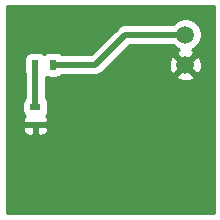
<source format=gtl>
%TF.GenerationSoftware,KiCad,Pcbnew,(5.1.12)-1*%
%TF.CreationDate,2021-12-19T12:16:22+05:30*%
%TF.ProjectId,RES_LED_CKT,5245535f-4c45-4445-9f43-4b542e6b6963,rev?*%
%TF.SameCoordinates,Original*%
%TF.FileFunction,Copper,L1,Top*%
%TF.FilePolarity,Positive*%
%FSLAX46Y46*%
G04 Gerber Fmt 4.6, Leading zero omitted, Abs format (unit mm)*
G04 Created by KiCad (PCBNEW (5.1.12)-1) date 2021-12-19 12:16:22*
%MOMM*%
%LPD*%
G01*
G04 APERTURE LIST*
%TA.AperFunction,SMDPad,CuDef*%
%ADD10R,0.900000X0.600000*%
%TD*%
%TA.AperFunction,ComponentPad*%
%ADD11C,1.500000*%
%TD*%
%TA.AperFunction,SMDPad,CuDef*%
%ADD12R,0.600000X0.900000*%
%TD*%
%TA.AperFunction,Conductor*%
%ADD13C,0.500000*%
%TD*%
%TA.AperFunction,Conductor*%
%ADD14C,0.254000*%
%TD*%
%TA.AperFunction,Conductor*%
%ADD15C,0.100000*%
%TD*%
G04 APERTURE END LIST*
D10*
%TO.P,R1,1*%
%TO.N,Net-(P1-Pad1)*%
X139700000Y-78740000D03*
%TO.P,R1,2*%
%TO.N,Net-(L1-Pad1)*%
X139700000Y-77240000D03*
%TD*%
D11*
%TO.P,P2,1*%
%TO.N,Net-(L1-Pad2)*%
X152400000Y-71120000D03*
%TD*%
%TO.P,P1,1*%
%TO.N,Net-(P1-Pad1)*%
X152400000Y-73660000D03*
%TD*%
D12*
%TO.P,L1,1*%
%TO.N,Net-(L1-Pad1)*%
X139700000Y-73660000D03*
%TO.P,L1,2*%
%TO.N,Net-(L1-Pad2)*%
X141200000Y-73660000D03*
%TD*%
D13*
%TO.N,Net-(L1-Pad1)*%
X139700000Y-73660000D02*
X139700000Y-77150000D01*
%TO.N,Net-(L1-Pad2)*%
X141200000Y-73660000D02*
X144780000Y-73660000D01*
X144780000Y-73660000D02*
X147320000Y-71120000D01*
X147320000Y-71120000D02*
X152400000Y-71120000D01*
%TD*%
D14*
%TO.N,Net-(P1-Pad1)*%
X154813000Y-86233000D02*
X137287000Y-86233000D01*
X137287000Y-79040000D01*
X138611928Y-79040000D01*
X138624188Y-79164482D01*
X138660498Y-79284180D01*
X138719463Y-79394494D01*
X138798815Y-79491185D01*
X138895506Y-79570537D01*
X139005820Y-79629502D01*
X139125518Y-79665812D01*
X139250000Y-79678072D01*
X139414250Y-79675000D01*
X139573000Y-79516250D01*
X139573000Y-78867000D01*
X139827000Y-78867000D01*
X139827000Y-79516250D01*
X139985750Y-79675000D01*
X140150000Y-79678072D01*
X140274482Y-79665812D01*
X140394180Y-79629502D01*
X140504494Y-79570537D01*
X140601185Y-79491185D01*
X140680537Y-79394494D01*
X140739502Y-79284180D01*
X140775812Y-79164482D01*
X140788072Y-79040000D01*
X140785000Y-79025750D01*
X140626250Y-78867000D01*
X139827000Y-78867000D01*
X139573000Y-78867000D01*
X138773750Y-78867000D01*
X138615000Y-79025750D01*
X138611928Y-79040000D01*
X137287000Y-79040000D01*
X137287000Y-76940000D01*
X138611928Y-76940000D01*
X138611928Y-77540000D01*
X138624188Y-77664482D01*
X138660498Y-77784180D01*
X138719463Y-77894494D01*
X138797842Y-77990000D01*
X138719463Y-78085506D01*
X138660498Y-78195820D01*
X138624188Y-78315518D01*
X138611928Y-78440000D01*
X138615000Y-78454250D01*
X138773750Y-78613000D01*
X139573000Y-78613000D01*
X139573000Y-78593000D01*
X139827000Y-78593000D01*
X139827000Y-78613000D01*
X140626250Y-78613000D01*
X140785000Y-78454250D01*
X140788072Y-78440000D01*
X140775812Y-78315518D01*
X140739502Y-78195820D01*
X140680537Y-78085506D01*
X140602158Y-77990000D01*
X140680537Y-77894494D01*
X140739502Y-77784180D01*
X140775812Y-77664482D01*
X140788072Y-77540000D01*
X140788072Y-76940000D01*
X140775812Y-76815518D01*
X140739502Y-76695820D01*
X140680537Y-76585506D01*
X140601185Y-76488815D01*
X140585000Y-76475532D01*
X140585000Y-74661647D01*
X140655820Y-74699502D01*
X140775518Y-74735812D01*
X140900000Y-74748072D01*
X141500000Y-74748072D01*
X141624482Y-74735812D01*
X141744180Y-74699502D01*
X141854494Y-74640537D01*
X141883182Y-74616993D01*
X151622612Y-74616993D01*
X151688137Y-74855860D01*
X151935116Y-74971760D01*
X152199960Y-75037250D01*
X152472492Y-75049812D01*
X152742238Y-75008965D01*
X152998832Y-74916277D01*
X153111863Y-74855860D01*
X153177388Y-74616993D01*
X152400000Y-73839605D01*
X151622612Y-74616993D01*
X141883182Y-74616993D01*
X141951185Y-74561185D01*
X141964468Y-74545000D01*
X144736531Y-74545000D01*
X144780000Y-74549281D01*
X144823469Y-74545000D01*
X144823477Y-74545000D01*
X144953490Y-74532195D01*
X145120313Y-74481589D01*
X145274059Y-74399411D01*
X145408817Y-74288817D01*
X145436534Y-74255044D01*
X145959086Y-73732492D01*
X151010188Y-73732492D01*
X151051035Y-74002238D01*
X151143723Y-74258832D01*
X151204140Y-74371863D01*
X151443007Y-74437388D01*
X152220395Y-73660000D01*
X152579605Y-73660000D01*
X153356993Y-74437388D01*
X153595860Y-74371863D01*
X153711760Y-74124884D01*
X153777250Y-73860040D01*
X153789812Y-73587508D01*
X153748965Y-73317762D01*
X153656277Y-73061168D01*
X153595860Y-72948137D01*
X153356993Y-72882612D01*
X152579605Y-73660000D01*
X152220395Y-73660000D01*
X151443007Y-72882612D01*
X151204140Y-72948137D01*
X151088240Y-73195116D01*
X151022750Y-73459960D01*
X151010188Y-73732492D01*
X145959086Y-73732492D01*
X147686579Y-72005000D01*
X151326315Y-72005000D01*
X151517114Y-72195799D01*
X151743957Y-72347371D01*
X151843279Y-72388511D01*
X151801168Y-72403723D01*
X151688137Y-72464140D01*
X151622612Y-72703007D01*
X152400000Y-73480395D01*
X153177388Y-72703007D01*
X153111863Y-72464140D01*
X152953523Y-72389836D01*
X153056043Y-72347371D01*
X153282886Y-72195799D01*
X153475799Y-72002886D01*
X153627371Y-71776043D01*
X153731775Y-71523989D01*
X153785000Y-71256411D01*
X153785000Y-70983589D01*
X153731775Y-70716011D01*
X153627371Y-70463957D01*
X153475799Y-70237114D01*
X153282886Y-70044201D01*
X153056043Y-69892629D01*
X152803989Y-69788225D01*
X152536411Y-69735000D01*
X152263589Y-69735000D01*
X151996011Y-69788225D01*
X151743957Y-69892629D01*
X151517114Y-70044201D01*
X151326315Y-70235000D01*
X147363465Y-70235000D01*
X147319999Y-70230719D01*
X147276533Y-70235000D01*
X147276523Y-70235000D01*
X147146510Y-70247805D01*
X146979687Y-70298411D01*
X146825941Y-70380589D01*
X146825939Y-70380590D01*
X146825940Y-70380590D01*
X146724953Y-70463468D01*
X146724951Y-70463470D01*
X146691183Y-70491183D01*
X146663470Y-70524951D01*
X144413422Y-72775000D01*
X141964468Y-72775000D01*
X141951185Y-72758815D01*
X141854494Y-72679463D01*
X141744180Y-72620498D01*
X141624482Y-72584188D01*
X141500000Y-72571928D01*
X140900000Y-72571928D01*
X140775518Y-72584188D01*
X140655820Y-72620498D01*
X140545506Y-72679463D01*
X140450000Y-72757842D01*
X140354494Y-72679463D01*
X140244180Y-72620498D01*
X140124482Y-72584188D01*
X140000000Y-72571928D01*
X139400000Y-72571928D01*
X139275518Y-72584188D01*
X139155820Y-72620498D01*
X139045506Y-72679463D01*
X138948815Y-72758815D01*
X138869463Y-72855506D01*
X138810498Y-72965820D01*
X138774188Y-73085518D01*
X138761928Y-73210000D01*
X138761928Y-74110000D01*
X138774188Y-74234482D01*
X138810498Y-74354180D01*
X138815000Y-74362603D01*
X138815001Y-76475532D01*
X138798815Y-76488815D01*
X138719463Y-76585506D01*
X138660498Y-76695820D01*
X138624188Y-76815518D01*
X138611928Y-76940000D01*
X137287000Y-76940000D01*
X137287000Y-68707000D01*
X154813000Y-68707000D01*
X154813000Y-86233000D01*
%TA.AperFunction,Conductor*%
D15*
G36*
X154813000Y-86233000D02*
G01*
X137287000Y-86233000D01*
X137287000Y-79040000D01*
X138611928Y-79040000D01*
X138624188Y-79164482D01*
X138660498Y-79284180D01*
X138719463Y-79394494D01*
X138798815Y-79491185D01*
X138895506Y-79570537D01*
X139005820Y-79629502D01*
X139125518Y-79665812D01*
X139250000Y-79678072D01*
X139414250Y-79675000D01*
X139573000Y-79516250D01*
X139573000Y-78867000D01*
X139827000Y-78867000D01*
X139827000Y-79516250D01*
X139985750Y-79675000D01*
X140150000Y-79678072D01*
X140274482Y-79665812D01*
X140394180Y-79629502D01*
X140504494Y-79570537D01*
X140601185Y-79491185D01*
X140680537Y-79394494D01*
X140739502Y-79284180D01*
X140775812Y-79164482D01*
X140788072Y-79040000D01*
X140785000Y-79025750D01*
X140626250Y-78867000D01*
X139827000Y-78867000D01*
X139573000Y-78867000D01*
X138773750Y-78867000D01*
X138615000Y-79025750D01*
X138611928Y-79040000D01*
X137287000Y-79040000D01*
X137287000Y-76940000D01*
X138611928Y-76940000D01*
X138611928Y-77540000D01*
X138624188Y-77664482D01*
X138660498Y-77784180D01*
X138719463Y-77894494D01*
X138797842Y-77990000D01*
X138719463Y-78085506D01*
X138660498Y-78195820D01*
X138624188Y-78315518D01*
X138611928Y-78440000D01*
X138615000Y-78454250D01*
X138773750Y-78613000D01*
X139573000Y-78613000D01*
X139573000Y-78593000D01*
X139827000Y-78593000D01*
X139827000Y-78613000D01*
X140626250Y-78613000D01*
X140785000Y-78454250D01*
X140788072Y-78440000D01*
X140775812Y-78315518D01*
X140739502Y-78195820D01*
X140680537Y-78085506D01*
X140602158Y-77990000D01*
X140680537Y-77894494D01*
X140739502Y-77784180D01*
X140775812Y-77664482D01*
X140788072Y-77540000D01*
X140788072Y-76940000D01*
X140775812Y-76815518D01*
X140739502Y-76695820D01*
X140680537Y-76585506D01*
X140601185Y-76488815D01*
X140585000Y-76475532D01*
X140585000Y-74661647D01*
X140655820Y-74699502D01*
X140775518Y-74735812D01*
X140900000Y-74748072D01*
X141500000Y-74748072D01*
X141624482Y-74735812D01*
X141744180Y-74699502D01*
X141854494Y-74640537D01*
X141883182Y-74616993D01*
X151622612Y-74616993D01*
X151688137Y-74855860D01*
X151935116Y-74971760D01*
X152199960Y-75037250D01*
X152472492Y-75049812D01*
X152742238Y-75008965D01*
X152998832Y-74916277D01*
X153111863Y-74855860D01*
X153177388Y-74616993D01*
X152400000Y-73839605D01*
X151622612Y-74616993D01*
X141883182Y-74616993D01*
X141951185Y-74561185D01*
X141964468Y-74545000D01*
X144736531Y-74545000D01*
X144780000Y-74549281D01*
X144823469Y-74545000D01*
X144823477Y-74545000D01*
X144953490Y-74532195D01*
X145120313Y-74481589D01*
X145274059Y-74399411D01*
X145408817Y-74288817D01*
X145436534Y-74255044D01*
X145959086Y-73732492D01*
X151010188Y-73732492D01*
X151051035Y-74002238D01*
X151143723Y-74258832D01*
X151204140Y-74371863D01*
X151443007Y-74437388D01*
X152220395Y-73660000D01*
X152579605Y-73660000D01*
X153356993Y-74437388D01*
X153595860Y-74371863D01*
X153711760Y-74124884D01*
X153777250Y-73860040D01*
X153789812Y-73587508D01*
X153748965Y-73317762D01*
X153656277Y-73061168D01*
X153595860Y-72948137D01*
X153356993Y-72882612D01*
X152579605Y-73660000D01*
X152220395Y-73660000D01*
X151443007Y-72882612D01*
X151204140Y-72948137D01*
X151088240Y-73195116D01*
X151022750Y-73459960D01*
X151010188Y-73732492D01*
X145959086Y-73732492D01*
X147686579Y-72005000D01*
X151326315Y-72005000D01*
X151517114Y-72195799D01*
X151743957Y-72347371D01*
X151843279Y-72388511D01*
X151801168Y-72403723D01*
X151688137Y-72464140D01*
X151622612Y-72703007D01*
X152400000Y-73480395D01*
X153177388Y-72703007D01*
X153111863Y-72464140D01*
X152953523Y-72389836D01*
X153056043Y-72347371D01*
X153282886Y-72195799D01*
X153475799Y-72002886D01*
X153627371Y-71776043D01*
X153731775Y-71523989D01*
X153785000Y-71256411D01*
X153785000Y-70983589D01*
X153731775Y-70716011D01*
X153627371Y-70463957D01*
X153475799Y-70237114D01*
X153282886Y-70044201D01*
X153056043Y-69892629D01*
X152803989Y-69788225D01*
X152536411Y-69735000D01*
X152263589Y-69735000D01*
X151996011Y-69788225D01*
X151743957Y-69892629D01*
X151517114Y-70044201D01*
X151326315Y-70235000D01*
X147363465Y-70235000D01*
X147319999Y-70230719D01*
X147276533Y-70235000D01*
X147276523Y-70235000D01*
X147146510Y-70247805D01*
X146979687Y-70298411D01*
X146825941Y-70380589D01*
X146825939Y-70380590D01*
X146825940Y-70380590D01*
X146724953Y-70463468D01*
X146724951Y-70463470D01*
X146691183Y-70491183D01*
X146663470Y-70524951D01*
X144413422Y-72775000D01*
X141964468Y-72775000D01*
X141951185Y-72758815D01*
X141854494Y-72679463D01*
X141744180Y-72620498D01*
X141624482Y-72584188D01*
X141500000Y-72571928D01*
X140900000Y-72571928D01*
X140775518Y-72584188D01*
X140655820Y-72620498D01*
X140545506Y-72679463D01*
X140450000Y-72757842D01*
X140354494Y-72679463D01*
X140244180Y-72620498D01*
X140124482Y-72584188D01*
X140000000Y-72571928D01*
X139400000Y-72571928D01*
X139275518Y-72584188D01*
X139155820Y-72620498D01*
X139045506Y-72679463D01*
X138948815Y-72758815D01*
X138869463Y-72855506D01*
X138810498Y-72965820D01*
X138774188Y-73085518D01*
X138761928Y-73210000D01*
X138761928Y-74110000D01*
X138774188Y-74234482D01*
X138810498Y-74354180D01*
X138815000Y-74362603D01*
X138815001Y-76475532D01*
X138798815Y-76488815D01*
X138719463Y-76585506D01*
X138660498Y-76695820D01*
X138624188Y-76815518D01*
X138611928Y-76940000D01*
X137287000Y-76940000D01*
X137287000Y-68707000D01*
X154813000Y-68707000D01*
X154813000Y-86233000D01*
G37*
%TD.AperFunction*%
%TD*%
M02*

</source>
